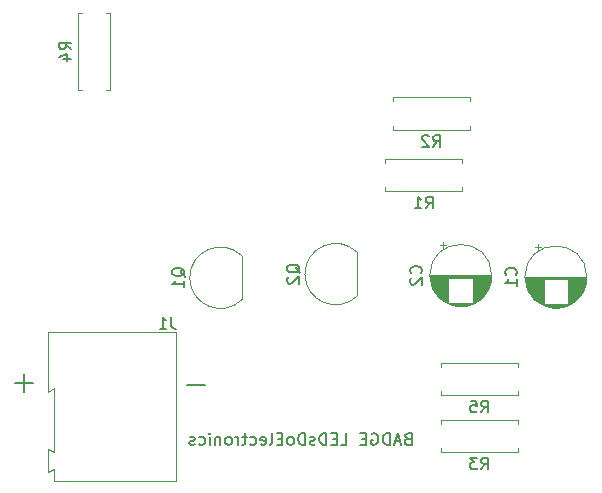
<source format=gbr>
%TF.GenerationSoftware,KiCad,Pcbnew,(5.1.6)-1*%
%TF.CreationDate,2020-09-30T19:57:20-06:00*%
%TF.ProjectId,PCB_LDE,5043425f-4c44-4452-9e6b-696361645f70,v1.0*%
%TF.SameCoordinates,Original*%
%TF.FileFunction,Legend,Bot*%
%TF.FilePolarity,Positive*%
%FSLAX46Y46*%
G04 Gerber Fmt 4.6, Leading zero omitted, Abs format (unit mm)*
G04 Created by KiCad (PCBNEW (5.1.6)-1) date 2020-09-30 19:57:20*
%MOMM*%
%LPD*%
G01*
G04 APERTURE LIST*
%ADD10C,0.150000*%
%ADD11C,0.120000*%
G04 APERTURE END LIST*
D10*
X124815504Y-115560457D02*
X123291695Y-115560457D01*
X110312104Y-115382657D02*
X108788295Y-115382657D01*
X109550200Y-116144561D02*
X109550200Y-114620752D01*
X142016619Y-120095971D02*
X141873761Y-120143590D01*
X141826142Y-120191209D01*
X141778523Y-120286447D01*
X141778523Y-120429304D01*
X141826142Y-120524542D01*
X141873761Y-120572161D01*
X141969000Y-120619780D01*
X142349952Y-120619780D01*
X142349952Y-119619780D01*
X142016619Y-119619780D01*
X141921380Y-119667400D01*
X141873761Y-119715019D01*
X141826142Y-119810257D01*
X141826142Y-119905495D01*
X141873761Y-120000733D01*
X141921380Y-120048352D01*
X142016619Y-120095971D01*
X142349952Y-120095971D01*
X141397571Y-120334066D02*
X140921380Y-120334066D01*
X141492809Y-120619780D02*
X141159476Y-119619780D01*
X140826142Y-120619780D01*
X140492809Y-120619780D02*
X140492809Y-119619780D01*
X140254714Y-119619780D01*
X140111857Y-119667400D01*
X140016619Y-119762638D01*
X139969000Y-119857876D01*
X139921380Y-120048352D01*
X139921380Y-120191209D01*
X139969000Y-120381685D01*
X140016619Y-120476923D01*
X140111857Y-120572161D01*
X140254714Y-120619780D01*
X140492809Y-120619780D01*
X138969000Y-119667400D02*
X139064238Y-119619780D01*
X139207095Y-119619780D01*
X139349952Y-119667400D01*
X139445190Y-119762638D01*
X139492809Y-119857876D01*
X139540428Y-120048352D01*
X139540428Y-120191209D01*
X139492809Y-120381685D01*
X139445190Y-120476923D01*
X139349952Y-120572161D01*
X139207095Y-120619780D01*
X139111857Y-120619780D01*
X138969000Y-120572161D01*
X138921380Y-120524542D01*
X138921380Y-120191209D01*
X139111857Y-120191209D01*
X138492809Y-120095971D02*
X138159476Y-120095971D01*
X138016619Y-120619780D02*
X138492809Y-120619780D01*
X138492809Y-119619780D01*
X138016619Y-119619780D01*
X136349952Y-120619780D02*
X136826142Y-120619780D01*
X136826142Y-119619780D01*
X136016619Y-120095971D02*
X135683285Y-120095971D01*
X135540428Y-120619780D02*
X136016619Y-120619780D01*
X136016619Y-119619780D01*
X135540428Y-119619780D01*
X135111857Y-120619780D02*
X135111857Y-119619780D01*
X134873761Y-119619780D01*
X134730904Y-119667400D01*
X134635666Y-119762638D01*
X134588047Y-119857876D01*
X134540428Y-120048352D01*
X134540428Y-120191209D01*
X134588047Y-120381685D01*
X134635666Y-120476923D01*
X134730904Y-120572161D01*
X134873761Y-120619780D01*
X135111857Y-120619780D01*
X134159476Y-120572161D02*
X134064238Y-120619780D01*
X133873761Y-120619780D01*
X133778523Y-120572161D01*
X133730904Y-120476923D01*
X133730904Y-120429304D01*
X133778523Y-120334066D01*
X133873761Y-120286447D01*
X134016619Y-120286447D01*
X134111857Y-120238828D01*
X134159476Y-120143590D01*
X134159476Y-120095971D01*
X134111857Y-120000733D01*
X134016619Y-119953114D01*
X133873761Y-119953114D01*
X133778523Y-120000733D01*
X133302333Y-120619780D02*
X133302333Y-119619780D01*
X133064238Y-119619780D01*
X132921380Y-119667400D01*
X132826142Y-119762638D01*
X132778523Y-119857876D01*
X132730904Y-120048352D01*
X132730904Y-120191209D01*
X132778523Y-120381685D01*
X132826142Y-120476923D01*
X132921380Y-120572161D01*
X133064238Y-120619780D01*
X133302333Y-120619780D01*
X132159476Y-120619780D02*
X132254714Y-120572161D01*
X132302333Y-120524542D01*
X132349952Y-120429304D01*
X132349952Y-120143590D01*
X132302333Y-120048352D01*
X132254714Y-120000733D01*
X132159476Y-119953114D01*
X132016619Y-119953114D01*
X131921380Y-120000733D01*
X131873761Y-120048352D01*
X131826142Y-120143590D01*
X131826142Y-120429304D01*
X131873761Y-120524542D01*
X131921380Y-120572161D01*
X132016619Y-120619780D01*
X132159476Y-120619780D01*
X131397571Y-120095971D02*
X131064238Y-120095971D01*
X130921380Y-120619780D02*
X131397571Y-120619780D01*
X131397571Y-119619780D01*
X130921380Y-119619780D01*
X130349952Y-120619780D02*
X130445190Y-120572161D01*
X130492809Y-120476923D01*
X130492809Y-119619780D01*
X129588047Y-120572161D02*
X129683285Y-120619780D01*
X129873761Y-120619780D01*
X129969000Y-120572161D01*
X130016619Y-120476923D01*
X130016619Y-120095971D01*
X129969000Y-120000733D01*
X129873761Y-119953114D01*
X129683285Y-119953114D01*
X129588047Y-120000733D01*
X129540428Y-120095971D01*
X129540428Y-120191209D01*
X130016619Y-120286447D01*
X128683285Y-120572161D02*
X128778523Y-120619780D01*
X128969000Y-120619780D01*
X129064238Y-120572161D01*
X129111857Y-120524542D01*
X129159476Y-120429304D01*
X129159476Y-120143590D01*
X129111857Y-120048352D01*
X129064238Y-120000733D01*
X128969000Y-119953114D01*
X128778523Y-119953114D01*
X128683285Y-120000733D01*
X128397571Y-119953114D02*
X128016619Y-119953114D01*
X128254714Y-119619780D02*
X128254714Y-120476923D01*
X128207095Y-120572161D01*
X128111857Y-120619780D01*
X128016619Y-120619780D01*
X127683285Y-120619780D02*
X127683285Y-119953114D01*
X127683285Y-120143590D02*
X127635666Y-120048352D01*
X127588047Y-120000733D01*
X127492809Y-119953114D01*
X127397571Y-119953114D01*
X126921380Y-120619780D02*
X127016619Y-120572161D01*
X127064238Y-120524542D01*
X127111857Y-120429304D01*
X127111857Y-120143590D01*
X127064238Y-120048352D01*
X127016619Y-120000733D01*
X126921380Y-119953114D01*
X126778523Y-119953114D01*
X126683285Y-120000733D01*
X126635666Y-120048352D01*
X126588047Y-120143590D01*
X126588047Y-120429304D01*
X126635666Y-120524542D01*
X126683285Y-120572161D01*
X126778523Y-120619780D01*
X126921380Y-120619780D01*
X126159476Y-119953114D02*
X126159476Y-120619780D01*
X126159476Y-120048352D02*
X126111857Y-120000733D01*
X126016619Y-119953114D01*
X125873761Y-119953114D01*
X125778523Y-120000733D01*
X125730904Y-120095971D01*
X125730904Y-120619780D01*
X125254714Y-120619780D02*
X125254714Y-119953114D01*
X125254714Y-119619780D02*
X125302333Y-119667400D01*
X125254714Y-119715019D01*
X125207095Y-119667400D01*
X125254714Y-119619780D01*
X125254714Y-119715019D01*
X124349952Y-120572161D02*
X124445190Y-120619780D01*
X124635666Y-120619780D01*
X124730904Y-120572161D01*
X124778523Y-120524542D01*
X124826142Y-120429304D01*
X124826142Y-120143590D01*
X124778523Y-120048352D01*
X124730904Y-120000733D01*
X124635666Y-119953114D01*
X124445190Y-119953114D01*
X124349952Y-120000733D01*
X123969000Y-120572161D02*
X123873761Y-120619780D01*
X123683285Y-120619780D01*
X123588047Y-120572161D01*
X123540428Y-120476923D01*
X123540428Y-120429304D01*
X123588047Y-120334066D01*
X123683285Y-120286447D01*
X123826142Y-120286447D01*
X123921380Y-120238828D01*
X123969000Y-120143590D01*
X123969000Y-120095971D01*
X123921380Y-120000733D01*
X123826142Y-119953114D01*
X123683285Y-119953114D01*
X123588047Y-120000733D01*
D11*
%TO.C,C1*%
X152834000Y-103851225D02*
X153334000Y-103851225D01*
X153084000Y-103601225D02*
X153084000Y-104101225D01*
X154275000Y-109007000D02*
X154843000Y-109007000D01*
X154041000Y-108967000D02*
X155077000Y-108967000D01*
X153882000Y-108927000D02*
X155236000Y-108927000D01*
X153754000Y-108887000D02*
X155364000Y-108887000D01*
X153644000Y-108847000D02*
X155474000Y-108847000D01*
X153548000Y-108807000D02*
X155570000Y-108807000D01*
X153461000Y-108767000D02*
X155657000Y-108767000D01*
X153381000Y-108727000D02*
X155737000Y-108727000D01*
X155599000Y-108687000D02*
X155810000Y-108687000D01*
X153308000Y-108687000D02*
X153519000Y-108687000D01*
X155599000Y-108647000D02*
X155878000Y-108647000D01*
X153240000Y-108647000D02*
X153519000Y-108647000D01*
X155599000Y-108607000D02*
X155942000Y-108607000D01*
X153176000Y-108607000D02*
X153519000Y-108607000D01*
X155599000Y-108567000D02*
X156002000Y-108567000D01*
X153116000Y-108567000D02*
X153519000Y-108567000D01*
X155599000Y-108527000D02*
X156059000Y-108527000D01*
X153059000Y-108527000D02*
X153519000Y-108527000D01*
X155599000Y-108487000D02*
X156113000Y-108487000D01*
X153005000Y-108487000D02*
X153519000Y-108487000D01*
X155599000Y-108447000D02*
X156164000Y-108447000D01*
X152954000Y-108447000D02*
X153519000Y-108447000D01*
X155599000Y-108407000D02*
X156212000Y-108407000D01*
X152906000Y-108407000D02*
X153519000Y-108407000D01*
X155599000Y-108367000D02*
X156258000Y-108367000D01*
X152860000Y-108367000D02*
X153519000Y-108367000D01*
X155599000Y-108327000D02*
X156302000Y-108327000D01*
X152816000Y-108327000D02*
X153519000Y-108327000D01*
X155599000Y-108287000D02*
X156344000Y-108287000D01*
X152774000Y-108287000D02*
X153519000Y-108287000D01*
X155599000Y-108247000D02*
X156385000Y-108247000D01*
X152733000Y-108247000D02*
X153519000Y-108247000D01*
X155599000Y-108207000D02*
X156423000Y-108207000D01*
X152695000Y-108207000D02*
X153519000Y-108207000D01*
X155599000Y-108167000D02*
X156460000Y-108167000D01*
X152658000Y-108167000D02*
X153519000Y-108167000D01*
X155599000Y-108127000D02*
X156496000Y-108127000D01*
X152622000Y-108127000D02*
X153519000Y-108127000D01*
X155599000Y-108087000D02*
X156530000Y-108087000D01*
X152588000Y-108087000D02*
X153519000Y-108087000D01*
X155599000Y-108047000D02*
X156563000Y-108047000D01*
X152555000Y-108047000D02*
X153519000Y-108047000D01*
X155599000Y-108007000D02*
X156594000Y-108007000D01*
X152524000Y-108007000D02*
X153519000Y-108007000D01*
X155599000Y-107967000D02*
X156624000Y-107967000D01*
X152494000Y-107967000D02*
X153519000Y-107967000D01*
X155599000Y-107927000D02*
X156654000Y-107927000D01*
X152464000Y-107927000D02*
X153519000Y-107927000D01*
X155599000Y-107887000D02*
X156681000Y-107887000D01*
X152437000Y-107887000D02*
X153519000Y-107887000D01*
X155599000Y-107847000D02*
X156708000Y-107847000D01*
X152410000Y-107847000D02*
X153519000Y-107847000D01*
X155599000Y-107807000D02*
X156734000Y-107807000D01*
X152384000Y-107807000D02*
X153519000Y-107807000D01*
X155599000Y-107767000D02*
X156759000Y-107767000D01*
X152359000Y-107767000D02*
X153519000Y-107767000D01*
X155599000Y-107727000D02*
X156783000Y-107727000D01*
X152335000Y-107727000D02*
X153519000Y-107727000D01*
X155599000Y-107687000D02*
X156806000Y-107687000D01*
X152312000Y-107687000D02*
X153519000Y-107687000D01*
X155599000Y-107647000D02*
X156827000Y-107647000D01*
X152291000Y-107647000D02*
X153519000Y-107647000D01*
X155599000Y-107607000D02*
X156849000Y-107607000D01*
X152269000Y-107607000D02*
X153519000Y-107607000D01*
X155599000Y-107567000D02*
X156869000Y-107567000D01*
X152249000Y-107567000D02*
X153519000Y-107567000D01*
X155599000Y-107527000D02*
X156888000Y-107527000D01*
X152230000Y-107527000D02*
X153519000Y-107527000D01*
X155599000Y-107487000D02*
X156907000Y-107487000D01*
X152211000Y-107487000D02*
X153519000Y-107487000D01*
X155599000Y-107447000D02*
X156924000Y-107447000D01*
X152194000Y-107447000D02*
X153519000Y-107447000D01*
X155599000Y-107407000D02*
X156941000Y-107407000D01*
X152177000Y-107407000D02*
X153519000Y-107407000D01*
X155599000Y-107367000D02*
X156957000Y-107367000D01*
X152161000Y-107367000D02*
X153519000Y-107367000D01*
X155599000Y-107327000D02*
X156973000Y-107327000D01*
X152145000Y-107327000D02*
X153519000Y-107327000D01*
X155599000Y-107287000D02*
X156987000Y-107287000D01*
X152131000Y-107287000D02*
X153519000Y-107287000D01*
X155599000Y-107247000D02*
X157001000Y-107247000D01*
X152117000Y-107247000D02*
X153519000Y-107247000D01*
X155599000Y-107207000D02*
X157014000Y-107207000D01*
X152104000Y-107207000D02*
X153519000Y-107207000D01*
X155599000Y-107167000D02*
X157027000Y-107167000D01*
X152091000Y-107167000D02*
X153519000Y-107167000D01*
X155599000Y-107127000D02*
X157039000Y-107127000D01*
X152079000Y-107127000D02*
X153519000Y-107127000D01*
X155599000Y-107086000D02*
X157050000Y-107086000D01*
X152068000Y-107086000D02*
X153519000Y-107086000D01*
X155599000Y-107046000D02*
X157060000Y-107046000D01*
X152058000Y-107046000D02*
X153519000Y-107046000D01*
X155599000Y-107006000D02*
X157070000Y-107006000D01*
X152048000Y-107006000D02*
X153519000Y-107006000D01*
X155599000Y-106966000D02*
X157079000Y-106966000D01*
X152039000Y-106966000D02*
X153519000Y-106966000D01*
X155599000Y-106926000D02*
X157087000Y-106926000D01*
X152031000Y-106926000D02*
X153519000Y-106926000D01*
X155599000Y-106886000D02*
X157095000Y-106886000D01*
X152023000Y-106886000D02*
X153519000Y-106886000D01*
X155599000Y-106846000D02*
X157102000Y-106846000D01*
X152016000Y-106846000D02*
X153519000Y-106846000D01*
X155599000Y-106806000D02*
X157109000Y-106806000D01*
X152009000Y-106806000D02*
X153519000Y-106806000D01*
X155599000Y-106766000D02*
X157115000Y-106766000D01*
X152003000Y-106766000D02*
X153519000Y-106766000D01*
X155599000Y-106726000D02*
X157120000Y-106726000D01*
X151998000Y-106726000D02*
X153519000Y-106726000D01*
X155599000Y-106686000D02*
X157124000Y-106686000D01*
X151994000Y-106686000D02*
X153519000Y-106686000D01*
X155599000Y-106646000D02*
X157128000Y-106646000D01*
X151990000Y-106646000D02*
X153519000Y-106646000D01*
X151986000Y-106606000D02*
X157132000Y-106606000D01*
X151983000Y-106566000D02*
X157135000Y-106566000D01*
X151981000Y-106526000D02*
X157137000Y-106526000D01*
X151980000Y-106486000D02*
X157138000Y-106486000D01*
X151979000Y-106446000D02*
X157139000Y-106446000D01*
X151979000Y-106406000D02*
X157139000Y-106406000D01*
X157179000Y-106406000D02*
G75*
G03*
X157179000Y-106406000I-2620000J0D01*
G01*
%TO.C,C2*%
X149127200Y-106279000D02*
G75*
G03*
X149127200Y-106279000I-2620000J0D01*
G01*
X143927200Y-106279000D02*
X149087200Y-106279000D01*
X143927200Y-106319000D02*
X149087200Y-106319000D01*
X143928200Y-106359000D02*
X149086200Y-106359000D01*
X143929200Y-106399000D02*
X149085200Y-106399000D01*
X143931200Y-106439000D02*
X149083200Y-106439000D01*
X143934200Y-106479000D02*
X149080200Y-106479000D01*
X143938200Y-106519000D02*
X145467200Y-106519000D01*
X147547200Y-106519000D02*
X149076200Y-106519000D01*
X143942200Y-106559000D02*
X145467200Y-106559000D01*
X147547200Y-106559000D02*
X149072200Y-106559000D01*
X143946200Y-106599000D02*
X145467200Y-106599000D01*
X147547200Y-106599000D02*
X149068200Y-106599000D01*
X143951200Y-106639000D02*
X145467200Y-106639000D01*
X147547200Y-106639000D02*
X149063200Y-106639000D01*
X143957200Y-106679000D02*
X145467200Y-106679000D01*
X147547200Y-106679000D02*
X149057200Y-106679000D01*
X143964200Y-106719000D02*
X145467200Y-106719000D01*
X147547200Y-106719000D02*
X149050200Y-106719000D01*
X143971200Y-106759000D02*
X145467200Y-106759000D01*
X147547200Y-106759000D02*
X149043200Y-106759000D01*
X143979200Y-106799000D02*
X145467200Y-106799000D01*
X147547200Y-106799000D02*
X149035200Y-106799000D01*
X143987200Y-106839000D02*
X145467200Y-106839000D01*
X147547200Y-106839000D02*
X149027200Y-106839000D01*
X143996200Y-106879000D02*
X145467200Y-106879000D01*
X147547200Y-106879000D02*
X149018200Y-106879000D01*
X144006200Y-106919000D02*
X145467200Y-106919000D01*
X147547200Y-106919000D02*
X149008200Y-106919000D01*
X144016200Y-106959000D02*
X145467200Y-106959000D01*
X147547200Y-106959000D02*
X148998200Y-106959000D01*
X144027200Y-107000000D02*
X145467200Y-107000000D01*
X147547200Y-107000000D02*
X148987200Y-107000000D01*
X144039200Y-107040000D02*
X145467200Y-107040000D01*
X147547200Y-107040000D02*
X148975200Y-107040000D01*
X144052200Y-107080000D02*
X145467200Y-107080000D01*
X147547200Y-107080000D02*
X148962200Y-107080000D01*
X144065200Y-107120000D02*
X145467200Y-107120000D01*
X147547200Y-107120000D02*
X148949200Y-107120000D01*
X144079200Y-107160000D02*
X145467200Y-107160000D01*
X147547200Y-107160000D02*
X148935200Y-107160000D01*
X144093200Y-107200000D02*
X145467200Y-107200000D01*
X147547200Y-107200000D02*
X148921200Y-107200000D01*
X144109200Y-107240000D02*
X145467200Y-107240000D01*
X147547200Y-107240000D02*
X148905200Y-107240000D01*
X144125200Y-107280000D02*
X145467200Y-107280000D01*
X147547200Y-107280000D02*
X148889200Y-107280000D01*
X144142200Y-107320000D02*
X145467200Y-107320000D01*
X147547200Y-107320000D02*
X148872200Y-107320000D01*
X144159200Y-107360000D02*
X145467200Y-107360000D01*
X147547200Y-107360000D02*
X148855200Y-107360000D01*
X144178200Y-107400000D02*
X145467200Y-107400000D01*
X147547200Y-107400000D02*
X148836200Y-107400000D01*
X144197200Y-107440000D02*
X145467200Y-107440000D01*
X147547200Y-107440000D02*
X148817200Y-107440000D01*
X144217200Y-107480000D02*
X145467200Y-107480000D01*
X147547200Y-107480000D02*
X148797200Y-107480000D01*
X144239200Y-107520000D02*
X145467200Y-107520000D01*
X147547200Y-107520000D02*
X148775200Y-107520000D01*
X144260200Y-107560000D02*
X145467200Y-107560000D01*
X147547200Y-107560000D02*
X148754200Y-107560000D01*
X144283200Y-107600000D02*
X145467200Y-107600000D01*
X147547200Y-107600000D02*
X148731200Y-107600000D01*
X144307200Y-107640000D02*
X145467200Y-107640000D01*
X147547200Y-107640000D02*
X148707200Y-107640000D01*
X144332200Y-107680000D02*
X145467200Y-107680000D01*
X147547200Y-107680000D02*
X148682200Y-107680000D01*
X144358200Y-107720000D02*
X145467200Y-107720000D01*
X147547200Y-107720000D02*
X148656200Y-107720000D01*
X144385200Y-107760000D02*
X145467200Y-107760000D01*
X147547200Y-107760000D02*
X148629200Y-107760000D01*
X144412200Y-107800000D02*
X145467200Y-107800000D01*
X147547200Y-107800000D02*
X148602200Y-107800000D01*
X144442200Y-107840000D02*
X145467200Y-107840000D01*
X147547200Y-107840000D02*
X148572200Y-107840000D01*
X144472200Y-107880000D02*
X145467200Y-107880000D01*
X147547200Y-107880000D02*
X148542200Y-107880000D01*
X144503200Y-107920000D02*
X145467200Y-107920000D01*
X147547200Y-107920000D02*
X148511200Y-107920000D01*
X144536200Y-107960000D02*
X145467200Y-107960000D01*
X147547200Y-107960000D02*
X148478200Y-107960000D01*
X144570200Y-108000000D02*
X145467200Y-108000000D01*
X147547200Y-108000000D02*
X148444200Y-108000000D01*
X144606200Y-108040000D02*
X145467200Y-108040000D01*
X147547200Y-108040000D02*
X148408200Y-108040000D01*
X144643200Y-108080000D02*
X145467200Y-108080000D01*
X147547200Y-108080000D02*
X148371200Y-108080000D01*
X144681200Y-108120000D02*
X145467200Y-108120000D01*
X147547200Y-108120000D02*
X148333200Y-108120000D01*
X144722200Y-108160000D02*
X145467200Y-108160000D01*
X147547200Y-108160000D02*
X148292200Y-108160000D01*
X144764200Y-108200000D02*
X145467200Y-108200000D01*
X147547200Y-108200000D02*
X148250200Y-108200000D01*
X144808200Y-108240000D02*
X145467200Y-108240000D01*
X147547200Y-108240000D02*
X148206200Y-108240000D01*
X144854200Y-108280000D02*
X145467200Y-108280000D01*
X147547200Y-108280000D02*
X148160200Y-108280000D01*
X144902200Y-108320000D02*
X145467200Y-108320000D01*
X147547200Y-108320000D02*
X148112200Y-108320000D01*
X144953200Y-108360000D02*
X145467200Y-108360000D01*
X147547200Y-108360000D02*
X148061200Y-108360000D01*
X145007200Y-108400000D02*
X145467200Y-108400000D01*
X147547200Y-108400000D02*
X148007200Y-108400000D01*
X145064200Y-108440000D02*
X145467200Y-108440000D01*
X147547200Y-108440000D02*
X147950200Y-108440000D01*
X145124200Y-108480000D02*
X145467200Y-108480000D01*
X147547200Y-108480000D02*
X147890200Y-108480000D01*
X145188200Y-108520000D02*
X145467200Y-108520000D01*
X147547200Y-108520000D02*
X147826200Y-108520000D01*
X145256200Y-108560000D02*
X145467200Y-108560000D01*
X147547200Y-108560000D02*
X147758200Y-108560000D01*
X145329200Y-108600000D02*
X147685200Y-108600000D01*
X145409200Y-108640000D02*
X147605200Y-108640000D01*
X145496200Y-108680000D02*
X147518200Y-108680000D01*
X145592200Y-108720000D02*
X147422200Y-108720000D01*
X145702200Y-108760000D02*
X147312200Y-108760000D01*
X145830200Y-108800000D02*
X147184200Y-108800000D01*
X145989200Y-108840000D02*
X147025200Y-108840000D01*
X146223200Y-108880000D02*
X146791200Y-108880000D01*
X145032200Y-103474225D02*
X145032200Y-103974225D01*
X144782200Y-103724225D02*
X145282200Y-103724225D01*
%TO.C,Q1*%
X128011800Y-104676800D02*
X128011800Y-108276800D01*
X128000278Y-104638322D02*
G75*
G03*
X123561800Y-106476800I-1838478J-1838478D01*
G01*
X128000278Y-108315278D02*
G75*
G02*
X123561800Y-106476800I-1838478J1838478D01*
G01*
%TO.C,Q2*%
X137753878Y-108010478D02*
G75*
G02*
X133315400Y-106172000I-1838478J1838478D01*
G01*
X137753878Y-104333522D02*
G75*
G03*
X133315400Y-106172000I-1838478J-1838478D01*
G01*
X137765400Y-104372000D02*
X137765400Y-107972000D01*
%TO.C,R1*%
X146653000Y-96420000D02*
X146653000Y-96750000D01*
X140113000Y-96420000D02*
X146653000Y-96420000D01*
X140113000Y-96750000D02*
X140113000Y-96420000D01*
X146653000Y-99160000D02*
X146653000Y-98830000D01*
X140113000Y-99160000D02*
X146653000Y-99160000D01*
X140113000Y-98830000D02*
X140113000Y-99160000D01*
%TO.C,R2*%
X147288000Y-91213000D02*
X147288000Y-91543000D01*
X140748000Y-91213000D02*
X147288000Y-91213000D01*
X140748000Y-91543000D02*
X140748000Y-91213000D01*
X147288000Y-93953000D02*
X147288000Y-93623000D01*
X140748000Y-93953000D02*
X147288000Y-93953000D01*
X140748000Y-93623000D02*
X140748000Y-93953000D01*
%TO.C,R3*%
X144812000Y-120928000D02*
X144812000Y-121258000D01*
X144812000Y-121258000D02*
X151352000Y-121258000D01*
X151352000Y-121258000D02*
X151352000Y-120928000D01*
X144812000Y-118848000D02*
X144812000Y-118518000D01*
X144812000Y-118518000D02*
X151352000Y-118518000D01*
X151352000Y-118518000D02*
X151352000Y-118848000D01*
%TO.C,R4*%
X116813000Y-90569800D02*
X116483000Y-90569800D01*
X116813000Y-84029800D02*
X116813000Y-90569800D01*
X116483000Y-84029800D02*
X116813000Y-84029800D01*
X114073000Y-90569800D02*
X114403000Y-90569800D01*
X114073000Y-84029800D02*
X114073000Y-90569800D01*
X114403000Y-84029800D02*
X114073000Y-84029800D01*
%TO.C,R5*%
X144812000Y-116102000D02*
X144812000Y-116432000D01*
X144812000Y-116432000D02*
X151352000Y-116432000D01*
X151352000Y-116432000D02*
X151352000Y-116102000D01*
X144812000Y-114022000D02*
X144812000Y-113692000D01*
X144812000Y-113692000D02*
X151352000Y-113692000D01*
X151352000Y-113692000D02*
X151352000Y-114022000D01*
%TO.C,J1*%
X111561000Y-111048000D02*
X122411000Y-111048000D01*
X111561000Y-116148000D02*
X111561000Y-111048000D01*
X112061000Y-115848000D02*
X111561000Y-116148000D01*
X112061000Y-121248000D02*
X112061000Y-115848000D01*
X111561000Y-120998000D02*
X112061000Y-121248000D01*
X111561000Y-121048000D02*
X111561000Y-120998000D01*
X111561000Y-122948000D02*
X111561000Y-121048000D01*
X112061000Y-122698000D02*
X111561000Y-122948000D01*
X112061000Y-123648000D02*
X112061000Y-122698000D01*
X122411000Y-123648000D02*
X112061000Y-123648000D01*
X122411000Y-111048000D02*
X122411000Y-123648000D01*
%TO.C,C1*%
D10*
X151166142Y-106239333D02*
X151213761Y-106191714D01*
X151261380Y-106048857D01*
X151261380Y-105953619D01*
X151213761Y-105810761D01*
X151118523Y-105715523D01*
X151023285Y-105667904D01*
X150832809Y-105620285D01*
X150689952Y-105620285D01*
X150499476Y-105667904D01*
X150404238Y-105715523D01*
X150309000Y-105810761D01*
X150261380Y-105953619D01*
X150261380Y-106048857D01*
X150309000Y-106191714D01*
X150356619Y-106239333D01*
X151261380Y-107191714D02*
X151261380Y-106620285D01*
X151261380Y-106906000D02*
X150261380Y-106906000D01*
X150404238Y-106810761D01*
X150499476Y-106715523D01*
X150547095Y-106620285D01*
%TO.C,C2*%
X143114342Y-106112333D02*
X143161961Y-106064714D01*
X143209580Y-105921857D01*
X143209580Y-105826619D01*
X143161961Y-105683761D01*
X143066723Y-105588523D01*
X142971485Y-105540904D01*
X142781009Y-105493285D01*
X142638152Y-105493285D01*
X142447676Y-105540904D01*
X142352438Y-105588523D01*
X142257200Y-105683761D01*
X142209580Y-105826619D01*
X142209580Y-105921857D01*
X142257200Y-106064714D01*
X142304819Y-106112333D01*
X142304819Y-106493285D02*
X142257200Y-106540904D01*
X142209580Y-106636142D01*
X142209580Y-106874238D01*
X142257200Y-106969476D01*
X142304819Y-107017095D01*
X142400057Y-107064714D01*
X142495295Y-107064714D01*
X142638152Y-107017095D01*
X143209580Y-106445666D01*
X143209580Y-107064714D01*
%TO.C,Q1*%
X123149419Y-106381561D02*
X123101800Y-106286323D01*
X123006561Y-106191085D01*
X122863704Y-106048228D01*
X122816085Y-105952990D01*
X122816085Y-105857752D01*
X123054180Y-105905371D02*
X123006561Y-105810133D01*
X122911323Y-105714895D01*
X122720847Y-105667276D01*
X122387514Y-105667276D01*
X122197038Y-105714895D01*
X122101800Y-105810133D01*
X122054180Y-105905371D01*
X122054180Y-106095847D01*
X122101800Y-106191085D01*
X122197038Y-106286323D01*
X122387514Y-106333942D01*
X122720847Y-106333942D01*
X122911323Y-106286323D01*
X123006561Y-106191085D01*
X123054180Y-106095847D01*
X123054180Y-105905371D01*
X123054180Y-107286323D02*
X123054180Y-106714895D01*
X123054180Y-107000609D02*
X122054180Y-107000609D01*
X122197038Y-106905371D01*
X122292276Y-106810133D01*
X122339895Y-106714895D01*
%TO.C,Q2*%
X132903019Y-106076761D02*
X132855400Y-105981523D01*
X132760161Y-105886285D01*
X132617304Y-105743428D01*
X132569685Y-105648190D01*
X132569685Y-105552952D01*
X132807780Y-105600571D02*
X132760161Y-105505333D01*
X132664923Y-105410095D01*
X132474447Y-105362476D01*
X132141114Y-105362476D01*
X131950638Y-105410095D01*
X131855400Y-105505333D01*
X131807780Y-105600571D01*
X131807780Y-105791047D01*
X131855400Y-105886285D01*
X131950638Y-105981523D01*
X132141114Y-106029142D01*
X132474447Y-106029142D01*
X132664923Y-105981523D01*
X132760161Y-105886285D01*
X132807780Y-105791047D01*
X132807780Y-105600571D01*
X131903019Y-106410095D02*
X131855400Y-106457714D01*
X131807780Y-106552952D01*
X131807780Y-106791047D01*
X131855400Y-106886285D01*
X131903019Y-106933904D01*
X131998257Y-106981523D01*
X132093495Y-106981523D01*
X132236352Y-106933904D01*
X132807780Y-106362476D01*
X132807780Y-106981523D01*
%TO.C,R1*%
X143549666Y-100612380D02*
X143883000Y-100136190D01*
X144121095Y-100612380D02*
X144121095Y-99612380D01*
X143740142Y-99612380D01*
X143644904Y-99660000D01*
X143597285Y-99707619D01*
X143549666Y-99802857D01*
X143549666Y-99945714D01*
X143597285Y-100040952D01*
X143644904Y-100088571D01*
X143740142Y-100136190D01*
X144121095Y-100136190D01*
X142597285Y-100612380D02*
X143168714Y-100612380D01*
X142883000Y-100612380D02*
X142883000Y-99612380D01*
X142978238Y-99755238D01*
X143073476Y-99850476D01*
X143168714Y-99898095D01*
%TO.C,R2*%
X144184666Y-95405380D02*
X144518000Y-94929190D01*
X144756095Y-95405380D02*
X144756095Y-94405380D01*
X144375142Y-94405380D01*
X144279904Y-94453000D01*
X144232285Y-94500619D01*
X144184666Y-94595857D01*
X144184666Y-94738714D01*
X144232285Y-94833952D01*
X144279904Y-94881571D01*
X144375142Y-94929190D01*
X144756095Y-94929190D01*
X143803714Y-94500619D02*
X143756095Y-94453000D01*
X143660857Y-94405380D01*
X143422761Y-94405380D01*
X143327523Y-94453000D01*
X143279904Y-94500619D01*
X143232285Y-94595857D01*
X143232285Y-94691095D01*
X143279904Y-94833952D01*
X143851333Y-95405380D01*
X143232285Y-95405380D01*
%TO.C,R3*%
X148248666Y-122710380D02*
X148582000Y-122234190D01*
X148820095Y-122710380D02*
X148820095Y-121710380D01*
X148439142Y-121710380D01*
X148343904Y-121758000D01*
X148296285Y-121805619D01*
X148248666Y-121900857D01*
X148248666Y-122043714D01*
X148296285Y-122138952D01*
X148343904Y-122186571D01*
X148439142Y-122234190D01*
X148820095Y-122234190D01*
X147915333Y-121710380D02*
X147296285Y-121710380D01*
X147629619Y-122091333D01*
X147486761Y-122091333D01*
X147391523Y-122138952D01*
X147343904Y-122186571D01*
X147296285Y-122281809D01*
X147296285Y-122519904D01*
X147343904Y-122615142D01*
X147391523Y-122662761D01*
X147486761Y-122710380D01*
X147772476Y-122710380D01*
X147867714Y-122662761D01*
X147915333Y-122615142D01*
%TO.C,R4*%
X113525380Y-87133133D02*
X113049190Y-86799800D01*
X113525380Y-86561704D02*
X112525380Y-86561704D01*
X112525380Y-86942657D01*
X112573000Y-87037895D01*
X112620619Y-87085514D01*
X112715857Y-87133133D01*
X112858714Y-87133133D01*
X112953952Y-87085514D01*
X113001571Y-87037895D01*
X113049190Y-86942657D01*
X113049190Y-86561704D01*
X112858714Y-87990276D02*
X113525380Y-87990276D01*
X112477761Y-87752180D02*
X113192047Y-87514085D01*
X113192047Y-88133133D01*
%TO.C,R5*%
X148248666Y-117884380D02*
X148582000Y-117408190D01*
X148820095Y-117884380D02*
X148820095Y-116884380D01*
X148439142Y-116884380D01*
X148343904Y-116932000D01*
X148296285Y-116979619D01*
X148248666Y-117074857D01*
X148248666Y-117217714D01*
X148296285Y-117312952D01*
X148343904Y-117360571D01*
X148439142Y-117408190D01*
X148820095Y-117408190D01*
X147343904Y-116884380D02*
X147820095Y-116884380D01*
X147867714Y-117360571D01*
X147820095Y-117312952D01*
X147724857Y-117265333D01*
X147486761Y-117265333D01*
X147391523Y-117312952D01*
X147343904Y-117360571D01*
X147296285Y-117455809D01*
X147296285Y-117693904D01*
X147343904Y-117789142D01*
X147391523Y-117836761D01*
X147486761Y-117884380D01*
X147724857Y-117884380D01*
X147820095Y-117836761D01*
X147867714Y-117789142D01*
%TO.C,J1*%
X122014333Y-109810380D02*
X122014333Y-110524666D01*
X122061952Y-110667523D01*
X122157190Y-110762761D01*
X122300047Y-110810380D01*
X122395285Y-110810380D01*
X121014333Y-110810380D02*
X121585761Y-110810380D01*
X121300047Y-110810380D02*
X121300047Y-109810380D01*
X121395285Y-109953238D01*
X121490523Y-110048476D01*
X121585761Y-110096095D01*
%TD*%
M02*

</source>
